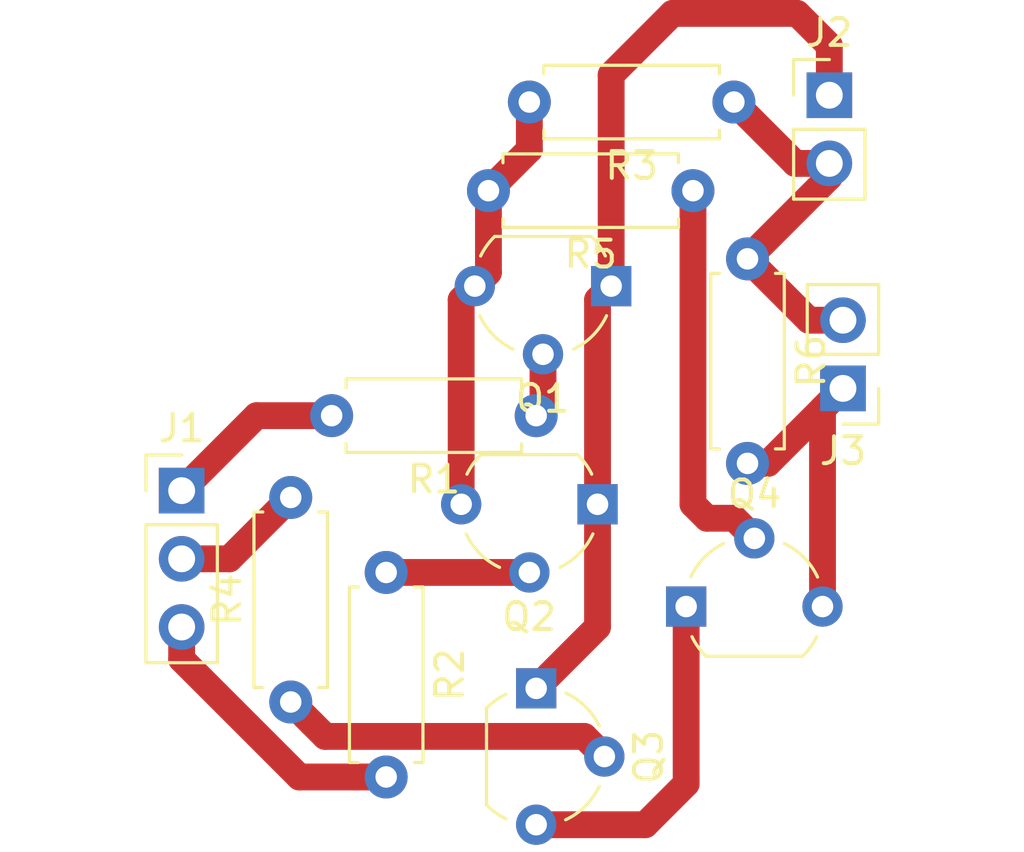
<source format=kicad_pcb>
(kicad_pcb (version 20171130) (host pcbnew "(5.0.2)-1")

  (general
    (thickness 1.6)
    (drawings 0)
    (tracks 47)
    (zones 0)
    (modules 13)
    (nets 13)
  )

  (page A4)
  (layers
    (0 F.Cu signal)
    (31 B.Cu signal)
    (32 B.Adhes user)
    (33 F.Adhes user)
    (34 B.Paste user)
    (35 F.Paste user)
    (36 B.SilkS user)
    (37 F.SilkS user)
    (38 B.Mask user)
    (39 F.Mask user)
    (40 Dwgs.User user)
    (41 Cmts.User user)
    (42 Eco1.User user)
    (43 Eco2.User user)
    (44 Edge.Cuts user)
    (45 Margin user)
    (46 B.CrtYd user)
    (47 F.CrtYd user)
    (48 B.Fab user)
    (49 F.Fab user)
  )

  (setup
    (last_trace_width 0.25)
    (trace_clearance 0.2)
    (zone_clearance 0.508)
    (zone_45_only no)
    (trace_min 0.2)
    (segment_width 0.2)
    (edge_width 0.15)
    (via_size 0.8)
    (via_drill 0.4)
    (via_min_size 0.4)
    (via_min_drill 0.3)
    (uvia_size 0.3)
    (uvia_drill 0.1)
    (uvias_allowed no)
    (uvia_min_size 0.2)
    (uvia_min_drill 0.1)
    (pcb_text_width 0.3)
    (pcb_text_size 1.5 1.5)
    (mod_edge_width 0.15)
    (mod_text_size 1 1)
    (mod_text_width 0.15)
    (pad_size 1.524 1.524)
    (pad_drill 0.762)
    (pad_to_mask_clearance 0.051)
    (solder_mask_min_width 0.25)
    (aux_axis_origin 0 0)
    (visible_elements FFFFFF7F)
    (pcbplotparams
      (layerselection 0x010fc_ffffffff)
      (usegerberextensions false)
      (usegerberattributes false)
      (usegerberadvancedattributes false)
      (creategerberjobfile false)
      (excludeedgelayer true)
      (linewidth 0.100000)
      (plotframeref false)
      (viasonmask false)
      (mode 1)
      (useauxorigin false)
      (hpglpennumber 1)
      (hpglpenspeed 20)
      (hpglpendiameter 15.000000)
      (psnegative false)
      (psa4output false)
      (plotreference true)
      (plotvalue true)
      (plotinvisibletext false)
      (padsonsilk false)
      (subtractmaskfromsilk false)
      (outputformat 1)
      (mirror false)
      (drillshape 1)
      (scaleselection 1)
      (outputdirectory ""))
  )

  (net 0 "")
  (net 1 /D0)
  (net 2 /PIR)
  (net 3 GND)
  (net 4 "Net-(Q1-Pad3)")
  (net 5 /D1)
  (net 6 /OUT)
  (net 7 VCC)
  (net 8 "Net-(Q3-Pad3)")
  (net 9 "Net-(Q1-Pad2)")
  (net 10 "Net-(Q2-Pad2)")
  (net 11 "Net-(Q3-Pad2)")
  (net 12 "Net-(Q4-Pad2)")

  (net_class Default "This is the default net class."
    (clearance 0.2)
    (trace_width 0.25)
    (via_dia 0.8)
    (via_drill 0.4)
    (uvia_dia 0.3)
    (uvia_drill 0.1)
    (add_net /D0)
    (add_net /D1)
    (add_net /OUT)
    (add_net /PIR)
    (add_net GND)
    (add_net "Net-(Q1-Pad2)")
    (add_net "Net-(Q1-Pad3)")
    (add_net "Net-(Q2-Pad2)")
    (add_net "Net-(Q3-Pad2)")
    (add_net "Net-(Q3-Pad3)")
    (add_net "Net-(Q4-Pad2)")
    (add_net VCC)
  )

  (module Package_TO_SOT_THT:TO-92_Wide (layer F.Cu) (tedit 5A2795B7) (tstamp 5C53EDF1)
    (at 109.982 87.122)
    (descr "TO-92 leads molded, wide, drill 0.75mm (see NXP sot054_po.pdf)")
    (tags "to-92 sc-43 sc-43a sot54 PA33 transistor")
    (path /5C474E4A)
    (fp_text reference Q4 (at 2.55 -4.19) (layer F.SilkS)
      (effects (font (size 1 1) (thickness 0.15)))
    )
    (fp_text value BC547 (at 2.54 2.79) (layer F.Fab)
      (effects (font (size 1 1) (thickness 0.15)))
    )
    (fp_arc (start 2.54 0) (end 4.34 1.85) (angle -20) (layer F.SilkS) (width 0.12))
    (fp_arc (start 2.54 0) (end 2.54 -2.48) (angle -135) (layer F.Fab) (width 0.1))
    (fp_arc (start 2.54 0) (end 2.54 -2.48) (angle 135) (layer F.Fab) (width 0.1))
    (fp_arc (start 2.54 0) (end 3.65 -2.35) (angle 39.71668247) (layer F.SilkS) (width 0.12))
    (fp_arc (start 2.54 0) (end 1.4 -2.35) (angle -39.12170074) (layer F.SilkS) (width 0.12))
    (fp_arc (start 2.54 0) (end 0.74 1.85) (angle 20) (layer F.SilkS) (width 0.12))
    (fp_line (start 6.09 2.01) (end -1.01 2.01) (layer F.CrtYd) (width 0.05))
    (fp_line (start 6.09 2.01) (end 6.09 -3.55) (layer F.CrtYd) (width 0.05))
    (fp_line (start -1.01 -3.55) (end -1.01 2.01) (layer F.CrtYd) (width 0.05))
    (fp_line (start -1.01 -3.55) (end 6.09 -3.55) (layer F.CrtYd) (width 0.05))
    (fp_line (start 0.8 1.75) (end 4.3 1.75) (layer F.Fab) (width 0.1))
    (fp_line (start 0.74 1.85) (end 4.34 1.85) (layer F.SilkS) (width 0.12))
    (fp_text user %R (at 2.54 0) (layer F.Fab)
      (effects (font (size 1 1) (thickness 0.15)))
    )
    (pad 1 thru_hole rect (at 0 0 90) (size 1.5 1.5) (drill 0.8) (layers *.Cu *.Mask)
      (net 8 "Net-(Q3-Pad3)"))
    (pad 3 thru_hole circle (at 5.08 0 90) (size 1.5 1.5) (drill 0.8) (layers *.Cu *.Mask)
      (net 6 /OUT))
    (pad 2 thru_hole circle (at 2.54 -2.54 90) (size 1.5 1.5) (drill 0.8) (layers *.Cu *.Mask)
      (net 12 "Net-(Q4-Pad2)"))
    (model ${KISYS3DMOD}/Package_TO_SOT_THT.3dshapes/TO-92_Wide.wrl
      (at (xyz 0 0 0))
      (scale (xyz 1 1 1))
      (rotate (xyz 0 0 0))
    )
  )

  (module Package_TO_SOT_THT:TO-92_Wide (layer F.Cu) (tedit 5A2795B7) (tstamp 5C53EDDE)
    (at 104.394 90.17 270)
    (descr "TO-92 leads molded, wide, drill 0.75mm (see NXP sot054_po.pdf)")
    (tags "to-92 sc-43 sc-43a sot54 PA33 transistor")
    (path /5C474E14)
    (fp_text reference Q3 (at 2.55 -4.19 270) (layer F.SilkS)
      (effects (font (size 1 1) (thickness 0.15)))
    )
    (fp_text value BC547 (at 2.54 2.79 270) (layer F.Fab)
      (effects (font (size 1 1) (thickness 0.15)))
    )
    (fp_text user %R (at 2.54 0 270) (layer F.Fab)
      (effects (font (size 1 1) (thickness 0.15)))
    )
    (fp_line (start 0.74 1.85) (end 4.34 1.85) (layer F.SilkS) (width 0.12))
    (fp_line (start 0.8 1.75) (end 4.3 1.75) (layer F.Fab) (width 0.1))
    (fp_line (start -1.01 -3.55) (end 6.09 -3.55) (layer F.CrtYd) (width 0.05))
    (fp_line (start -1.01 -3.55) (end -1.01 2.01) (layer F.CrtYd) (width 0.05))
    (fp_line (start 6.09 2.01) (end 6.09 -3.55) (layer F.CrtYd) (width 0.05))
    (fp_line (start 6.09 2.01) (end -1.01 2.01) (layer F.CrtYd) (width 0.05))
    (fp_arc (start 2.54 0) (end 0.74 1.85) (angle 20) (layer F.SilkS) (width 0.12))
    (fp_arc (start 2.54 0) (end 1.4 -2.35) (angle -39.12170074) (layer F.SilkS) (width 0.12))
    (fp_arc (start 2.54 0) (end 3.65 -2.35) (angle 39.71668247) (layer F.SilkS) (width 0.12))
    (fp_arc (start 2.54 0) (end 2.54 -2.48) (angle 135) (layer F.Fab) (width 0.1))
    (fp_arc (start 2.54 0) (end 2.54 -2.48) (angle -135) (layer F.Fab) (width 0.1))
    (fp_arc (start 2.54 0) (end 4.34 1.85) (angle -20) (layer F.SilkS) (width 0.12))
    (pad 2 thru_hole circle (at 2.54 -2.54) (size 1.5 1.5) (drill 0.8) (layers *.Cu *.Mask)
      (net 11 "Net-(Q3-Pad2)"))
    (pad 3 thru_hole circle (at 5.08 0) (size 1.5 1.5) (drill 0.8) (layers *.Cu *.Mask)
      (net 8 "Net-(Q3-Pad3)"))
    (pad 1 thru_hole rect (at 0 0) (size 1.5 1.5) (drill 0.8) (layers *.Cu *.Mask)
      (net 7 VCC))
    (model ${KISYS3DMOD}/Package_TO_SOT_THT.3dshapes/TO-92_Wide.wrl
      (at (xyz 0 0 0))
      (scale (xyz 1 1 1))
      (rotate (xyz 0 0 0))
    )
  )

  (module Package_TO_SOT_THT:TO-92_Wide (layer F.Cu) (tedit 5A2795B7) (tstamp 5C53EDCB)
    (at 106.68 83.312 180)
    (descr "TO-92 leads molded, wide, drill 0.75mm (see NXP sot054_po.pdf)")
    (tags "to-92 sc-43 sc-43a sot54 PA33 transistor")
    (path /5C474DBE)
    (fp_text reference Q2 (at 2.55 -4.19 180) (layer F.SilkS)
      (effects (font (size 1 1) (thickness 0.15)))
    )
    (fp_text value BC547 (at 2.54 2.79 180) (layer F.Fab)
      (effects (font (size 1 1) (thickness 0.15)))
    )
    (fp_arc (start 2.54 0) (end 4.34 1.85) (angle -20) (layer F.SilkS) (width 0.12))
    (fp_arc (start 2.54 0) (end 2.54 -2.48) (angle -135) (layer F.Fab) (width 0.1))
    (fp_arc (start 2.54 0) (end 2.54 -2.48) (angle 135) (layer F.Fab) (width 0.1))
    (fp_arc (start 2.54 0) (end 3.65 -2.35) (angle 39.71668247) (layer F.SilkS) (width 0.12))
    (fp_arc (start 2.54 0) (end 1.4 -2.35) (angle -39.12170074) (layer F.SilkS) (width 0.12))
    (fp_arc (start 2.54 0) (end 0.74 1.85) (angle 20) (layer F.SilkS) (width 0.12))
    (fp_line (start 6.09 2.01) (end -1.01 2.01) (layer F.CrtYd) (width 0.05))
    (fp_line (start 6.09 2.01) (end 6.09 -3.55) (layer F.CrtYd) (width 0.05))
    (fp_line (start -1.01 -3.55) (end -1.01 2.01) (layer F.CrtYd) (width 0.05))
    (fp_line (start -1.01 -3.55) (end 6.09 -3.55) (layer F.CrtYd) (width 0.05))
    (fp_line (start 0.8 1.75) (end 4.3 1.75) (layer F.Fab) (width 0.1))
    (fp_line (start 0.74 1.85) (end 4.34 1.85) (layer F.SilkS) (width 0.12))
    (fp_text user %R (at 2.54 0 180) (layer F.Fab)
      (effects (font (size 1 1) (thickness 0.15)))
    )
    (pad 1 thru_hole rect (at 0 0 270) (size 1.5 1.5) (drill 0.8) (layers *.Cu *.Mask)
      (net 7 VCC))
    (pad 3 thru_hole circle (at 5.08 0 270) (size 1.5 1.5) (drill 0.8) (layers *.Cu *.Mask)
      (net 4 "Net-(Q1-Pad3)"))
    (pad 2 thru_hole circle (at 2.54 -2.54 270) (size 1.5 1.5) (drill 0.8) (layers *.Cu *.Mask)
      (net 10 "Net-(Q2-Pad2)"))
    (model ${KISYS3DMOD}/Package_TO_SOT_THT.3dshapes/TO-92_Wide.wrl
      (at (xyz 0 0 0))
      (scale (xyz 1 1 1))
      (rotate (xyz 0 0 0))
    )
  )

  (module Package_TO_SOT_THT:TO-92_Wide (layer F.Cu) (tedit 5A2795B7) (tstamp 5C53EDB8)
    (at 107.188 75.184 180)
    (descr "TO-92 leads molded, wide, drill 0.75mm (see NXP sot054_po.pdf)")
    (tags "to-92 sc-43 sc-43a sot54 PA33 transistor")
    (path /5C474CBC)
    (fp_text reference Q1 (at 2.55 -4.19 180) (layer F.SilkS)
      (effects (font (size 1 1) (thickness 0.15)))
    )
    (fp_text value BC547 (at 2.54 2.79 180) (layer F.Fab)
      (effects (font (size 1 1) (thickness 0.15)))
    )
    (fp_text user %R (at 2.54 0 180) (layer F.Fab)
      (effects (font (size 1 1) (thickness 0.15)))
    )
    (fp_line (start 0.74 1.85) (end 4.34 1.85) (layer F.SilkS) (width 0.12))
    (fp_line (start 0.8 1.75) (end 4.3 1.75) (layer F.Fab) (width 0.1))
    (fp_line (start -1.01 -3.55) (end 6.09 -3.55) (layer F.CrtYd) (width 0.05))
    (fp_line (start -1.01 -3.55) (end -1.01 2.01) (layer F.CrtYd) (width 0.05))
    (fp_line (start 6.09 2.01) (end 6.09 -3.55) (layer F.CrtYd) (width 0.05))
    (fp_line (start 6.09 2.01) (end -1.01 2.01) (layer F.CrtYd) (width 0.05))
    (fp_arc (start 2.54 0) (end 0.74 1.85) (angle 20) (layer F.SilkS) (width 0.12))
    (fp_arc (start 2.54 0) (end 1.4 -2.35) (angle -39.12170074) (layer F.SilkS) (width 0.12))
    (fp_arc (start 2.54 0) (end 3.65 -2.35) (angle 39.71668247) (layer F.SilkS) (width 0.12))
    (fp_arc (start 2.54 0) (end 2.54 -2.48) (angle 135) (layer F.Fab) (width 0.1))
    (fp_arc (start 2.54 0) (end 2.54 -2.48) (angle -135) (layer F.Fab) (width 0.1))
    (fp_arc (start 2.54 0) (end 4.34 1.85) (angle -20) (layer F.SilkS) (width 0.12))
    (pad 2 thru_hole circle (at 2.54 -2.54 270) (size 1.5 1.5) (drill 0.8) (layers *.Cu *.Mask)
      (net 9 "Net-(Q1-Pad2)"))
    (pad 3 thru_hole circle (at 5.08 0 270) (size 1.5 1.5) (drill 0.8) (layers *.Cu *.Mask)
      (net 4 "Net-(Q1-Pad3)"))
    (pad 1 thru_hole rect (at 0 0 270) (size 1.5 1.5) (drill 0.8) (layers *.Cu *.Mask)
      (net 7 VCC))
    (model ${KISYS3DMOD}/Package_TO_SOT_THT.3dshapes/TO-92_Wide.wrl
      (at (xyz 0 0 0))
      (scale (xyz 1 1 1))
      (rotate (xyz 0 0 0))
    )
  )

  (module Connector_PinHeader_2.54mm:PinHeader_1x02_P2.54mm_Vertical (layer F.Cu) (tedit 59FED5CC) (tstamp 5C53D9D7)
    (at 115.824 78.994 180)
    (descr "Through hole straight pin header, 1x02, 2.54mm pitch, single row")
    (tags "Through hole pin header THT 1x02 2.54mm single row")
    (path /5C47471A)
    (fp_text reference J3 (at 0 -2.33 180) (layer F.SilkS)
      (effects (font (size 1 1) (thickness 0.15)))
    )
    (fp_text value Conn_01x02_Male (at 0 4.87 180) (layer F.Fab)
      (effects (font (size 1 1) (thickness 0.15)))
    )
    (fp_line (start -0.635 -1.27) (end 1.27 -1.27) (layer F.Fab) (width 0.1))
    (fp_line (start 1.27 -1.27) (end 1.27 3.81) (layer F.Fab) (width 0.1))
    (fp_line (start 1.27 3.81) (end -1.27 3.81) (layer F.Fab) (width 0.1))
    (fp_line (start -1.27 3.81) (end -1.27 -0.635) (layer F.Fab) (width 0.1))
    (fp_line (start -1.27 -0.635) (end -0.635 -1.27) (layer F.Fab) (width 0.1))
    (fp_line (start -1.33 3.87) (end 1.33 3.87) (layer F.SilkS) (width 0.12))
    (fp_line (start -1.33 1.27) (end -1.33 3.87) (layer F.SilkS) (width 0.12))
    (fp_line (start 1.33 1.27) (end 1.33 3.87) (layer F.SilkS) (width 0.12))
    (fp_line (start -1.33 1.27) (end 1.33 1.27) (layer F.SilkS) (width 0.12))
    (fp_line (start -1.33 0) (end -1.33 -1.33) (layer F.SilkS) (width 0.12))
    (fp_line (start -1.33 -1.33) (end 0 -1.33) (layer F.SilkS) (width 0.12))
    (fp_line (start -1.8 -1.8) (end -1.8 4.35) (layer F.CrtYd) (width 0.05))
    (fp_line (start -1.8 4.35) (end 1.8 4.35) (layer F.CrtYd) (width 0.05))
    (fp_line (start 1.8 4.35) (end 1.8 -1.8) (layer F.CrtYd) (width 0.05))
    (fp_line (start 1.8 -1.8) (end -1.8 -1.8) (layer F.CrtYd) (width 0.05))
    (fp_text user %R (at 0 1.27 270) (layer F.Fab)
      (effects (font (size 1 1) (thickness 0.15)))
    )
    (pad 1 thru_hole rect (at 0 0 180) (size 1.7 1.7) (drill 1) (layers *.Cu *.Mask)
      (net 6 /OUT))
    (pad 2 thru_hole oval (at 0 2.54 180) (size 1.7 1.7) (drill 1) (layers *.Cu *.Mask)
      (net 3 GND))
    (model ${KISYS3DMOD}/Connector_PinHeader_2.54mm.3dshapes/PinHeader_1x02_P2.54mm_Vertical.wrl
      (at (xyz 0 0 0))
      (scale (xyz 1 1 1))
      (rotate (xyz 0 0 0))
    )
  )

  (module Connector_PinHeader_2.54mm:PinHeader_1x02_P2.54mm_Vertical (layer F.Cu) (tedit 59FED5CC) (tstamp 5C53CB65)
    (at 115.316 68.072)
    (descr "Through hole straight pin header, 1x02, 2.54mm pitch, single row")
    (tags "Through hole pin header THT 1x02 2.54mm single row")
    (path /5C4740B0)
    (fp_text reference J2 (at 0 -2.33) (layer F.SilkS)
      (effects (font (size 1 1) (thickness 0.15)))
    )
    (fp_text value Conn_01x02_Male (at 0 4.87) (layer F.Fab)
      (effects (font (size 1 1) (thickness 0.15)))
    )
    (fp_line (start -0.635 -1.27) (end 1.27 -1.27) (layer F.Fab) (width 0.1))
    (fp_line (start 1.27 -1.27) (end 1.27 3.81) (layer F.Fab) (width 0.1))
    (fp_line (start 1.27 3.81) (end -1.27 3.81) (layer F.Fab) (width 0.1))
    (fp_line (start -1.27 3.81) (end -1.27 -0.635) (layer F.Fab) (width 0.1))
    (fp_line (start -1.27 -0.635) (end -0.635 -1.27) (layer F.Fab) (width 0.1))
    (fp_line (start -1.33 3.87) (end 1.33 3.87) (layer F.SilkS) (width 0.12))
    (fp_line (start -1.33 1.27) (end -1.33 3.87) (layer F.SilkS) (width 0.12))
    (fp_line (start 1.33 1.27) (end 1.33 3.87) (layer F.SilkS) (width 0.12))
    (fp_line (start -1.33 1.27) (end 1.33 1.27) (layer F.SilkS) (width 0.12))
    (fp_line (start -1.33 0) (end -1.33 -1.33) (layer F.SilkS) (width 0.12))
    (fp_line (start -1.33 -1.33) (end 0 -1.33) (layer F.SilkS) (width 0.12))
    (fp_line (start -1.8 -1.8) (end -1.8 4.35) (layer F.CrtYd) (width 0.05))
    (fp_line (start -1.8 4.35) (end 1.8 4.35) (layer F.CrtYd) (width 0.05))
    (fp_line (start 1.8 4.35) (end 1.8 -1.8) (layer F.CrtYd) (width 0.05))
    (fp_line (start 1.8 -1.8) (end -1.8 -1.8) (layer F.CrtYd) (width 0.05))
    (fp_text user %R (at 0 1.27 90) (layer F.Fab)
      (effects (font (size 1 1) (thickness 0.15)))
    )
    (pad 1 thru_hole rect (at 0 0) (size 1.7 1.7) (drill 1) (layers *.Cu *.Mask)
      (net 7 VCC))
    (pad 2 thru_hole oval (at 0 2.54) (size 1.7 1.7) (drill 1) (layers *.Cu *.Mask)
      (net 3 GND))
    (model ${KISYS3DMOD}/Connector_PinHeader_2.54mm.3dshapes/PinHeader_1x02_P2.54mm_Vertical.wrl
      (at (xyz 0 0 0))
      (scale (xyz 1 1 1))
      (rotate (xyz 0 0 0))
    )
  )

  (module Connector_PinHeader_2.54mm:PinHeader_1x03_P2.54mm_Vertical (layer F.Cu) (tedit 59FED5CC) (tstamp 5C53CB4F)
    (at 91.186 82.804)
    (descr "Through hole straight pin header, 1x03, 2.54mm pitch, single row")
    (tags "Through hole pin header THT 1x03 2.54mm single row")
    (path /5C473C2D)
    (fp_text reference J1 (at 0 -2.33) (layer F.SilkS)
      (effects (font (size 1 1) (thickness 0.15)))
    )
    (fp_text value Conn_01x03_Male (at 0 7.41) (layer F.Fab)
      (effects (font (size 1 1) (thickness 0.15)))
    )
    (fp_line (start -0.635 -1.27) (end 1.27 -1.27) (layer F.Fab) (width 0.1))
    (fp_line (start 1.27 -1.27) (end 1.27 6.35) (layer F.Fab) (width 0.1))
    (fp_line (start 1.27 6.35) (end -1.27 6.35) (layer F.Fab) (width 0.1))
    (fp_line (start -1.27 6.35) (end -1.27 -0.635) (layer F.Fab) (width 0.1))
    (fp_line (start -1.27 -0.635) (end -0.635 -1.27) (layer F.Fab) (width 0.1))
    (fp_line (start -1.33 6.41) (end 1.33 6.41) (layer F.SilkS) (width 0.12))
    (fp_line (start -1.33 1.27) (end -1.33 6.41) (layer F.SilkS) (width 0.12))
    (fp_line (start 1.33 1.27) (end 1.33 6.41) (layer F.SilkS) (width 0.12))
    (fp_line (start -1.33 1.27) (end 1.33 1.27) (layer F.SilkS) (width 0.12))
    (fp_line (start -1.33 0) (end -1.33 -1.33) (layer F.SilkS) (width 0.12))
    (fp_line (start -1.33 -1.33) (end 0 -1.33) (layer F.SilkS) (width 0.12))
    (fp_line (start -1.8 -1.8) (end -1.8 6.85) (layer F.CrtYd) (width 0.05))
    (fp_line (start -1.8 6.85) (end 1.8 6.85) (layer F.CrtYd) (width 0.05))
    (fp_line (start 1.8 6.85) (end 1.8 -1.8) (layer F.CrtYd) (width 0.05))
    (fp_line (start 1.8 -1.8) (end -1.8 -1.8) (layer F.CrtYd) (width 0.05))
    (fp_text user %R (at 0 2.54 90) (layer F.Fab)
      (effects (font (size 1 1) (thickness 0.15)))
    )
    (pad 1 thru_hole rect (at 0 0) (size 1.7 1.7) (drill 1) (layers *.Cu *.Mask)
      (net 1 /D0))
    (pad 2 thru_hole oval (at 0 2.54) (size 1.7 1.7) (drill 1) (layers *.Cu *.Mask)
      (net 5 /D1))
    (pad 3 thru_hole oval (at 0 5.08) (size 1.7 1.7) (drill 1) (layers *.Cu *.Mask)
      (net 2 /PIR))
    (model ${KISYS3DMOD}/Connector_PinHeader_2.54mm.3dshapes/PinHeader_1x03_P2.54mm_Vertical.wrl
      (at (xyz 0 0 0))
      (scale (xyz 1 1 1))
      (rotate (xyz 0 0 0))
    )
  )

  (module Resistor_THT:R_Axial_DIN0207_L6.3mm_D2.5mm_P7.62mm_Horizontal (layer F.Cu) (tedit 5AE5139B) (tstamp 5C53CAE8)
    (at 112.268 74.168 270)
    (descr "Resistor, Axial_DIN0207 series, Axial, Horizontal, pin pitch=7.62mm, 0.25W = 1/4W, length*diameter=6.3*2.5mm^2, http://cdn-reichelt.de/documents/datenblatt/B400/1_4W%23YAG.pdf")
    (tags "Resistor Axial_DIN0207 series Axial Horizontal pin pitch 7.62mm 0.25W = 1/4W length 6.3mm diameter 2.5mm")
    (path /5C473344)
    (fp_text reference R6 (at 3.81 -2.37 270) (layer F.SilkS)
      (effects (font (size 1 1) (thickness 0.15)))
    )
    (fp_text value R_Small (at 3.81 2.37 270) (layer F.Fab)
      (effects (font (size 1 1) (thickness 0.15)))
    )
    (fp_text user %R (at 3.81 0 270) (layer F.Fab)
      (effects (font (size 1 1) (thickness 0.15)))
    )
    (fp_line (start 8.67 -1.5) (end -1.05 -1.5) (layer F.CrtYd) (width 0.05))
    (fp_line (start 8.67 1.5) (end 8.67 -1.5) (layer F.CrtYd) (width 0.05))
    (fp_line (start -1.05 1.5) (end 8.67 1.5) (layer F.CrtYd) (width 0.05))
    (fp_line (start -1.05 -1.5) (end -1.05 1.5) (layer F.CrtYd) (width 0.05))
    (fp_line (start 7.08 1.37) (end 7.08 1.04) (layer F.SilkS) (width 0.12))
    (fp_line (start 0.54 1.37) (end 7.08 1.37) (layer F.SilkS) (width 0.12))
    (fp_line (start 0.54 1.04) (end 0.54 1.37) (layer F.SilkS) (width 0.12))
    (fp_line (start 7.08 -1.37) (end 7.08 -1.04) (layer F.SilkS) (width 0.12))
    (fp_line (start 0.54 -1.37) (end 7.08 -1.37) (layer F.SilkS) (width 0.12))
    (fp_line (start 0.54 -1.04) (end 0.54 -1.37) (layer F.SilkS) (width 0.12))
    (fp_line (start 7.62 0) (end 6.96 0) (layer F.Fab) (width 0.1))
    (fp_line (start 0 0) (end 0.66 0) (layer F.Fab) (width 0.1))
    (fp_line (start 6.96 -1.25) (end 0.66 -1.25) (layer F.Fab) (width 0.1))
    (fp_line (start 6.96 1.25) (end 6.96 -1.25) (layer F.Fab) (width 0.1))
    (fp_line (start 0.66 1.25) (end 6.96 1.25) (layer F.Fab) (width 0.1))
    (fp_line (start 0.66 -1.25) (end 0.66 1.25) (layer F.Fab) (width 0.1))
    (pad 2 thru_hole oval (at 7.62 0 270) (size 1.6 1.6) (drill 0.8) (layers *.Cu *.Mask)
      (net 6 /OUT))
    (pad 1 thru_hole circle (at 0 0 270) (size 1.6 1.6) (drill 0.8) (layers *.Cu *.Mask)
      (net 3 GND))
    (model ${KISYS3DMOD}/Resistor_THT.3dshapes/R_Axial_DIN0207_L6.3mm_D2.5mm_P7.62mm_Horizontal.wrl
      (at (xyz 0 0 0))
      (scale (xyz 1 1 1))
      (rotate (xyz 0 0 0))
    )
  )

  (module Resistor_THT:R_Axial_DIN0207_L6.3mm_D2.5mm_P7.62mm_Horizontal (layer F.Cu) (tedit 5AE5139B) (tstamp 5C53CAD1)
    (at 110.236 71.628 180)
    (descr "Resistor, Axial_DIN0207 series, Axial, Horizontal, pin pitch=7.62mm, 0.25W = 1/4W, length*diameter=6.3*2.5mm^2, http://cdn-reichelt.de/documents/datenblatt/B400/1_4W%23YAG.pdf")
    (tags "Resistor Axial_DIN0207 series Axial Horizontal pin pitch 7.62mm 0.25W = 1/4W length 6.3mm diameter 2.5mm")
    (path /5C473122)
    (fp_text reference R5 (at 3.81 -2.37 180) (layer F.SilkS)
      (effects (font (size 1 1) (thickness 0.15)))
    )
    (fp_text value R_Small (at 3.81 2.37 180) (layer F.Fab)
      (effects (font (size 1 1) (thickness 0.15)))
    )
    (fp_line (start 0.66 -1.25) (end 0.66 1.25) (layer F.Fab) (width 0.1))
    (fp_line (start 0.66 1.25) (end 6.96 1.25) (layer F.Fab) (width 0.1))
    (fp_line (start 6.96 1.25) (end 6.96 -1.25) (layer F.Fab) (width 0.1))
    (fp_line (start 6.96 -1.25) (end 0.66 -1.25) (layer F.Fab) (width 0.1))
    (fp_line (start 0 0) (end 0.66 0) (layer F.Fab) (width 0.1))
    (fp_line (start 7.62 0) (end 6.96 0) (layer F.Fab) (width 0.1))
    (fp_line (start 0.54 -1.04) (end 0.54 -1.37) (layer F.SilkS) (width 0.12))
    (fp_line (start 0.54 -1.37) (end 7.08 -1.37) (layer F.SilkS) (width 0.12))
    (fp_line (start 7.08 -1.37) (end 7.08 -1.04) (layer F.SilkS) (width 0.12))
    (fp_line (start 0.54 1.04) (end 0.54 1.37) (layer F.SilkS) (width 0.12))
    (fp_line (start 0.54 1.37) (end 7.08 1.37) (layer F.SilkS) (width 0.12))
    (fp_line (start 7.08 1.37) (end 7.08 1.04) (layer F.SilkS) (width 0.12))
    (fp_line (start -1.05 -1.5) (end -1.05 1.5) (layer F.CrtYd) (width 0.05))
    (fp_line (start -1.05 1.5) (end 8.67 1.5) (layer F.CrtYd) (width 0.05))
    (fp_line (start 8.67 1.5) (end 8.67 -1.5) (layer F.CrtYd) (width 0.05))
    (fp_line (start 8.67 -1.5) (end -1.05 -1.5) (layer F.CrtYd) (width 0.05))
    (fp_text user %R (at 3.81 0 180) (layer F.Fab)
      (effects (font (size 1 1) (thickness 0.15)))
    )
    (pad 1 thru_hole circle (at 0 0 180) (size 1.6 1.6) (drill 0.8) (layers *.Cu *.Mask)
      (net 12 "Net-(Q4-Pad2)"))
    (pad 2 thru_hole oval (at 7.62 0 180) (size 1.6 1.6) (drill 0.8) (layers *.Cu *.Mask)
      (net 4 "Net-(Q1-Pad3)"))
    (model ${KISYS3DMOD}/Resistor_THT.3dshapes/R_Axial_DIN0207_L6.3mm_D2.5mm_P7.62mm_Horizontal.wrl
      (at (xyz 0 0 0))
      (scale (xyz 1 1 1))
      (rotate (xyz 0 0 0))
    )
  )

  (module Resistor_THT:R_Axial_DIN0207_L6.3mm_D2.5mm_P7.62mm_Horizontal (layer F.Cu) (tedit 5AE5139B) (tstamp 5C53CABA)
    (at 95.25 90.678 90)
    (descr "Resistor, Axial_DIN0207 series, Axial, Horizontal, pin pitch=7.62mm, 0.25W = 1/4W, length*diameter=6.3*2.5mm^2, http://cdn-reichelt.de/documents/datenblatt/B400/1_4W%23YAG.pdf")
    (tags "Resistor Axial_DIN0207 series Axial Horizontal pin pitch 7.62mm 0.25W = 1/4W length 6.3mm diameter 2.5mm")
    (path /5C472FF5)
    (fp_text reference R4 (at 3.81 -2.37 90) (layer F.SilkS)
      (effects (font (size 1 1) (thickness 0.15)))
    )
    (fp_text value R_Small (at 3.81 2.37 90) (layer F.Fab)
      (effects (font (size 1 1) (thickness 0.15)))
    )
    (fp_text user %R (at 3.81 0 90) (layer F.Fab)
      (effects (font (size 1 1) (thickness 0.15)))
    )
    (fp_line (start 8.67 -1.5) (end -1.05 -1.5) (layer F.CrtYd) (width 0.05))
    (fp_line (start 8.67 1.5) (end 8.67 -1.5) (layer F.CrtYd) (width 0.05))
    (fp_line (start -1.05 1.5) (end 8.67 1.5) (layer F.CrtYd) (width 0.05))
    (fp_line (start -1.05 -1.5) (end -1.05 1.5) (layer F.CrtYd) (width 0.05))
    (fp_line (start 7.08 1.37) (end 7.08 1.04) (layer F.SilkS) (width 0.12))
    (fp_line (start 0.54 1.37) (end 7.08 1.37) (layer F.SilkS) (width 0.12))
    (fp_line (start 0.54 1.04) (end 0.54 1.37) (layer F.SilkS) (width 0.12))
    (fp_line (start 7.08 -1.37) (end 7.08 -1.04) (layer F.SilkS) (width 0.12))
    (fp_line (start 0.54 -1.37) (end 7.08 -1.37) (layer F.SilkS) (width 0.12))
    (fp_line (start 0.54 -1.04) (end 0.54 -1.37) (layer F.SilkS) (width 0.12))
    (fp_line (start 7.62 0) (end 6.96 0) (layer F.Fab) (width 0.1))
    (fp_line (start 0 0) (end 0.66 0) (layer F.Fab) (width 0.1))
    (fp_line (start 6.96 -1.25) (end 0.66 -1.25) (layer F.Fab) (width 0.1))
    (fp_line (start 6.96 1.25) (end 6.96 -1.25) (layer F.Fab) (width 0.1))
    (fp_line (start 0.66 1.25) (end 6.96 1.25) (layer F.Fab) (width 0.1))
    (fp_line (start 0.66 -1.25) (end 0.66 1.25) (layer F.Fab) (width 0.1))
    (pad 2 thru_hole oval (at 7.62 0 90) (size 1.6 1.6) (drill 0.8) (layers *.Cu *.Mask)
      (net 5 /D1))
    (pad 1 thru_hole circle (at 0 0 90) (size 1.6 1.6) (drill 0.8) (layers *.Cu *.Mask)
      (net 11 "Net-(Q3-Pad2)"))
    (model ${KISYS3DMOD}/Resistor_THT.3dshapes/R_Axial_DIN0207_L6.3mm_D2.5mm_P7.62mm_Horizontal.wrl
      (at (xyz 0 0 0))
      (scale (xyz 1 1 1))
      (rotate (xyz 0 0 0))
    )
  )

  (module Resistor_THT:R_Axial_DIN0207_L6.3mm_D2.5mm_P7.62mm_Horizontal (layer F.Cu) (tedit 5AE5139B) (tstamp 5C53CAA3)
    (at 111.76 68.326 180)
    (descr "Resistor, Axial_DIN0207 series, Axial, Horizontal, pin pitch=7.62mm, 0.25W = 1/4W, length*diameter=6.3*2.5mm^2, http://cdn-reichelt.de/documents/datenblatt/B400/1_4W%23YAG.pdf")
    (tags "Resistor Axial_DIN0207 series Axial Horizontal pin pitch 7.62mm 0.25W = 1/4W length 6.3mm diameter 2.5mm")
    (path /5C473991)
    (fp_text reference R3 (at 3.81 -2.37 180) (layer F.SilkS)
      (effects (font (size 1 1) (thickness 0.15)))
    )
    (fp_text value R_Small (at 3.81 2.37 180) (layer F.Fab)
      (effects (font (size 1 1) (thickness 0.15)))
    )
    (fp_line (start 0.66 -1.25) (end 0.66 1.25) (layer F.Fab) (width 0.1))
    (fp_line (start 0.66 1.25) (end 6.96 1.25) (layer F.Fab) (width 0.1))
    (fp_line (start 6.96 1.25) (end 6.96 -1.25) (layer F.Fab) (width 0.1))
    (fp_line (start 6.96 -1.25) (end 0.66 -1.25) (layer F.Fab) (width 0.1))
    (fp_line (start 0 0) (end 0.66 0) (layer F.Fab) (width 0.1))
    (fp_line (start 7.62 0) (end 6.96 0) (layer F.Fab) (width 0.1))
    (fp_line (start 0.54 -1.04) (end 0.54 -1.37) (layer F.SilkS) (width 0.12))
    (fp_line (start 0.54 -1.37) (end 7.08 -1.37) (layer F.SilkS) (width 0.12))
    (fp_line (start 7.08 -1.37) (end 7.08 -1.04) (layer F.SilkS) (width 0.12))
    (fp_line (start 0.54 1.04) (end 0.54 1.37) (layer F.SilkS) (width 0.12))
    (fp_line (start 0.54 1.37) (end 7.08 1.37) (layer F.SilkS) (width 0.12))
    (fp_line (start 7.08 1.37) (end 7.08 1.04) (layer F.SilkS) (width 0.12))
    (fp_line (start -1.05 -1.5) (end -1.05 1.5) (layer F.CrtYd) (width 0.05))
    (fp_line (start -1.05 1.5) (end 8.67 1.5) (layer F.CrtYd) (width 0.05))
    (fp_line (start 8.67 1.5) (end 8.67 -1.5) (layer F.CrtYd) (width 0.05))
    (fp_line (start 8.67 -1.5) (end -1.05 -1.5) (layer F.CrtYd) (width 0.05))
    (fp_text user %R (at 3.81 0 180) (layer F.Fab)
      (effects (font (size 1 1) (thickness 0.15)))
    )
    (pad 1 thru_hole circle (at 0 0 180) (size 1.6 1.6) (drill 0.8) (layers *.Cu *.Mask)
      (net 3 GND))
    (pad 2 thru_hole oval (at 7.62 0 180) (size 1.6 1.6) (drill 0.8) (layers *.Cu *.Mask)
      (net 4 "Net-(Q1-Pad3)"))
    (model ${KISYS3DMOD}/Resistor_THT.3dshapes/R_Axial_DIN0207_L6.3mm_D2.5mm_P7.62mm_Horizontal.wrl
      (at (xyz 0 0 0))
      (scale (xyz 1 1 1))
      (rotate (xyz 0 0 0))
    )
  )

  (module Resistor_THT:R_Axial_DIN0207_L6.3mm_D2.5mm_P7.62mm_Horizontal (layer F.Cu) (tedit 5AE5139B) (tstamp 5C53F8AC)
    (at 98.806 85.852 270)
    (descr "Resistor, Axial_DIN0207 series, Axial, Horizontal, pin pitch=7.62mm, 0.25W = 1/4W, length*diameter=6.3*2.5mm^2, http://cdn-reichelt.de/documents/datenblatt/B400/1_4W%23YAG.pdf")
    (tags "Resistor Axial_DIN0207 series Axial Horizontal pin pitch 7.62mm 0.25W = 1/4W length 6.3mm diameter 2.5mm")
    (path /5C473596)
    (fp_text reference R2 (at 3.81 -2.37 270) (layer F.SilkS)
      (effects (font (size 1 1) (thickness 0.15)))
    )
    (fp_text value R_Small (at 3.81 2.37 270) (layer F.Fab)
      (effects (font (size 1 1) (thickness 0.15)))
    )
    (fp_text user %R (at 3.81 0 270) (layer F.Fab)
      (effects (font (size 1 1) (thickness 0.15)))
    )
    (fp_line (start 8.67 -1.5) (end -1.05 -1.5) (layer F.CrtYd) (width 0.05))
    (fp_line (start 8.67 1.5) (end 8.67 -1.5) (layer F.CrtYd) (width 0.05))
    (fp_line (start -1.05 1.5) (end 8.67 1.5) (layer F.CrtYd) (width 0.05))
    (fp_line (start -1.05 -1.5) (end -1.05 1.5) (layer F.CrtYd) (width 0.05))
    (fp_line (start 7.08 1.37) (end 7.08 1.04) (layer F.SilkS) (width 0.12))
    (fp_line (start 0.54 1.37) (end 7.08 1.37) (layer F.SilkS) (width 0.12))
    (fp_line (start 0.54 1.04) (end 0.54 1.37) (layer F.SilkS) (width 0.12))
    (fp_line (start 7.08 -1.37) (end 7.08 -1.04) (layer F.SilkS) (width 0.12))
    (fp_line (start 0.54 -1.37) (end 7.08 -1.37) (layer F.SilkS) (width 0.12))
    (fp_line (start 0.54 -1.04) (end 0.54 -1.37) (layer F.SilkS) (width 0.12))
    (fp_line (start 7.62 0) (end 6.96 0) (layer F.Fab) (width 0.1))
    (fp_line (start 0 0) (end 0.66 0) (layer F.Fab) (width 0.1))
    (fp_line (start 6.96 -1.25) (end 0.66 -1.25) (layer F.Fab) (width 0.1))
    (fp_line (start 6.96 1.25) (end 6.96 -1.25) (layer F.Fab) (width 0.1))
    (fp_line (start 0.66 1.25) (end 6.96 1.25) (layer F.Fab) (width 0.1))
    (fp_line (start 0.66 -1.25) (end 0.66 1.25) (layer F.Fab) (width 0.1))
    (pad 2 thru_hole oval (at 7.62 0 270) (size 1.6 1.6) (drill 0.8) (layers *.Cu *.Mask)
      (net 2 /PIR))
    (pad 1 thru_hole circle (at 0 0 270) (size 1.6 1.6) (drill 0.8) (layers *.Cu *.Mask)
      (net 10 "Net-(Q2-Pad2)"))
    (model ${KISYS3DMOD}/Resistor_THT.3dshapes/R_Axial_DIN0207_L6.3mm_D2.5mm_P7.62mm_Horizontal.wrl
      (at (xyz 0 0 0))
      (scale (xyz 1 1 1))
      (rotate (xyz 0 0 0))
    )
  )

  (module Resistor_THT:R_Axial_DIN0207_L6.3mm_D2.5mm_P7.62mm_Horizontal (layer F.Cu) (tedit 5AE5139B) (tstamp 5C53CA75)
    (at 104.394 80.01 180)
    (descr "Resistor, Axial_DIN0207 series, Axial, Horizontal, pin pitch=7.62mm, 0.25W = 1/4W, length*diameter=6.3*2.5mm^2, http://cdn-reichelt.de/documents/datenblatt/B400/1_4W%23YAG.pdf")
    (tags "Resistor Axial_DIN0207 series Axial Horizontal pin pitch 7.62mm 0.25W = 1/4W length 6.3mm diameter 2.5mm")
    (path /5C473528)
    (fp_text reference R1 (at 3.81 -2.37 180) (layer F.SilkS)
      (effects (font (size 1 1) (thickness 0.15)))
    )
    (fp_text value R_Small (at 3.81 2.37 180) (layer F.Fab)
      (effects (font (size 1 1) (thickness 0.15)))
    )
    (fp_line (start 0.66 -1.25) (end 0.66 1.25) (layer F.Fab) (width 0.1))
    (fp_line (start 0.66 1.25) (end 6.96 1.25) (layer F.Fab) (width 0.1))
    (fp_line (start 6.96 1.25) (end 6.96 -1.25) (layer F.Fab) (width 0.1))
    (fp_line (start 6.96 -1.25) (end 0.66 -1.25) (layer F.Fab) (width 0.1))
    (fp_line (start 0 0) (end 0.66 0) (layer F.Fab) (width 0.1))
    (fp_line (start 7.62 0) (end 6.96 0) (layer F.Fab) (width 0.1))
    (fp_line (start 0.54 -1.04) (end 0.54 -1.37) (layer F.SilkS) (width 0.12))
    (fp_line (start 0.54 -1.37) (end 7.08 -1.37) (layer F.SilkS) (width 0.12))
    (fp_line (start 7.08 -1.37) (end 7.08 -1.04) (layer F.SilkS) (width 0.12))
    (fp_line (start 0.54 1.04) (end 0.54 1.37) (layer F.SilkS) (width 0.12))
    (fp_line (start 0.54 1.37) (end 7.08 1.37) (layer F.SilkS) (width 0.12))
    (fp_line (start 7.08 1.37) (end 7.08 1.04) (layer F.SilkS) (width 0.12))
    (fp_line (start -1.05 -1.5) (end -1.05 1.5) (layer F.CrtYd) (width 0.05))
    (fp_line (start -1.05 1.5) (end 8.67 1.5) (layer F.CrtYd) (width 0.05))
    (fp_line (start 8.67 1.5) (end 8.67 -1.5) (layer F.CrtYd) (width 0.05))
    (fp_line (start 8.67 -1.5) (end -1.05 -1.5) (layer F.CrtYd) (width 0.05))
    (fp_text user %R (at 3.81 0 180) (layer F.Fab)
      (effects (font (size 1 1) (thickness 0.15)))
    )
    (pad 1 thru_hole circle (at 0 0 180) (size 1.6 1.6) (drill 0.8) (layers *.Cu *.Mask)
      (net 9 "Net-(Q1-Pad2)"))
    (pad 2 thru_hole oval (at 7.62 0 180) (size 1.6 1.6) (drill 0.8) (layers *.Cu *.Mask)
      (net 1 /D0))
    (model ${KISYS3DMOD}/Resistor_THT.3dshapes/R_Axial_DIN0207_L6.3mm_D2.5mm_P7.62mm_Horizontal.wrl
      (at (xyz 0 0 0))
      (scale (xyz 1 1 1))
      (rotate (xyz 0 0 0))
    )
  )

  (segment (start 93.98 80.01) (end 96.774 80.01) (width 1) (layer F.Cu) (net 1))
  (segment (start 91.186 82.804) (end 93.98 80.01) (width 1) (layer F.Cu) (net 1))
  (segment (start 97.67463 93.472) (end 98.806 93.472) (width 1) (layer F.Cu) (net 2))
  (segment (start 95.571919 93.472) (end 97.67463 93.472) (width 1) (layer F.Cu) (net 2))
  (segment (start 91.186 89.086081) (end 95.571919 93.472) (width 1) (layer F.Cu) (net 2))
  (segment (start 91.186 87.884) (end 91.186 89.086081) (width 1) (layer F.Cu) (net 2))
  (segment (start 114.046 70.612) (end 115.316 70.612) (width 1) (layer F.Cu) (net 3))
  (segment (start 111.76 68.326) (end 114.046 70.612) (width 1) (layer F.Cu) (net 3))
  (segment (start 115.316 71.12) (end 112.268 74.168) (width 1) (layer F.Cu) (net 3))
  (segment (start 115.316 70.612) (end 115.316 71.12) (width 1) (layer F.Cu) (net 3))
  (segment (start 114.554 76.454) (end 112.268 74.168) (width 1) (layer F.Cu) (net 3))
  (segment (start 115.824 76.454) (end 114.554 76.454) (width 1) (layer F.Cu) (net 3))
  (segment (start 101.6 75.692) (end 102.108 75.184) (width 1) (layer F.Cu) (net 4))
  (segment (start 101.6 83.312) (end 101.6 75.692) (width 1) (layer F.Cu) (net 4))
  (segment (start 102.616 74.676) (end 102.108 75.184) (width 1) (layer F.Cu) (net 4))
  (segment (start 102.616 71.628) (end 102.616 74.676) (width 1) (layer F.Cu) (net 4))
  (segment (start 104.14 70.104) (end 102.616 71.628) (width 1) (layer F.Cu) (net 4))
  (segment (start 104.14 68.326) (end 104.14 70.104) (width 1) (layer F.Cu) (net 4))
  (segment (start 92.964 85.344) (end 95.25 83.058) (width 1) (layer F.Cu) (net 5))
  (segment (start 91.186 85.344) (end 92.964 85.344) (width 1) (layer F.Cu) (net 5))
  (segment (start 115.062 79.756) (end 115.824 78.994) (width 1) (layer F.Cu) (net 6))
  (segment (start 115.062 87.122) (end 115.062 79.756) (width 1) (layer F.Cu) (net 6))
  (segment (start 113.03 81.788) (end 115.824 78.994) (width 1) (layer F.Cu) (net 6))
  (segment (start 112.268 81.788) (end 113.03 81.788) (width 1) (layer F.Cu) (net 6))
  (segment (start 106.68 87.884) (end 106.68 83.312) (width 1) (layer F.Cu) (net 7))
  (segment (start 104.394 90.17) (end 106.68 87.884) (width 1) (layer F.Cu) (net 7))
  (segment (start 115.316 66.222) (end 114.118 65.024) (width 1) (layer F.Cu) (net 7))
  (segment (start 115.316 68.072) (end 115.316 66.222) (width 1) (layer F.Cu) (net 7))
  (segment (start 114.118 65.024) (end 109.474 65.024) (width 1) (layer F.Cu) (net 7))
  (segment (start 107.188 67.31) (end 107.188 75.184) (width 1) (layer F.Cu) (net 7))
  (segment (start 109.474 65.024) (end 107.188 67.31) (width 1) (layer F.Cu) (net 7))
  (segment (start 106.68 75.692) (end 107.188 75.184) (width 1) (layer F.Cu) (net 7))
  (segment (start 106.68 83.312) (end 106.68 75.692) (width 1) (layer F.Cu) (net 7))
  (segment (start 108.458 95.25) (end 104.394 95.25) (width 1) (layer F.Cu) (net 8))
  (segment (start 109.982 87.122) (end 109.982 93.726) (width 1) (layer F.Cu) (net 8))
  (segment (start 109.982 93.726) (end 108.458 95.25) (width 1) (layer F.Cu) (net 8))
  (segment (start 104.648 79.756) (end 104.394 80.01) (width 1) (layer F.Cu) (net 9))
  (segment (start 104.648 77.724) (end 104.648 79.756) (width 1) (layer F.Cu) (net 9))
  (segment (start 104.14 85.852) (end 98.806 85.852) (width 1) (layer F.Cu) (net 10))
  (segment (start 96.049999 91.477999) (end 95.25 90.678) (width 1) (layer F.Cu) (net 11))
  (segment (start 96.532001 91.960001) (end 96.049999 91.477999) (width 1) (layer F.Cu) (net 11))
  (segment (start 106.934 92.71) (end 106.184001 91.960001) (width 1) (layer F.Cu) (net 11))
  (segment (start 106.184001 91.960001) (end 96.532001 91.960001) (width 1) (layer F.Cu) (net 11))
  (segment (start 111.772001 83.832001) (end 110.756001 83.832001) (width 1) (layer F.Cu) (net 12))
  (segment (start 112.522 84.582) (end 111.772001 83.832001) (width 1) (layer F.Cu) (net 12))
  (segment (start 110.236 83.312) (end 110.236 71.628) (width 1) (layer F.Cu) (net 12))
  (segment (start 110.756001 83.832001) (end 110.236 83.312) (width 1) (layer F.Cu) (net 12))

)

</source>
